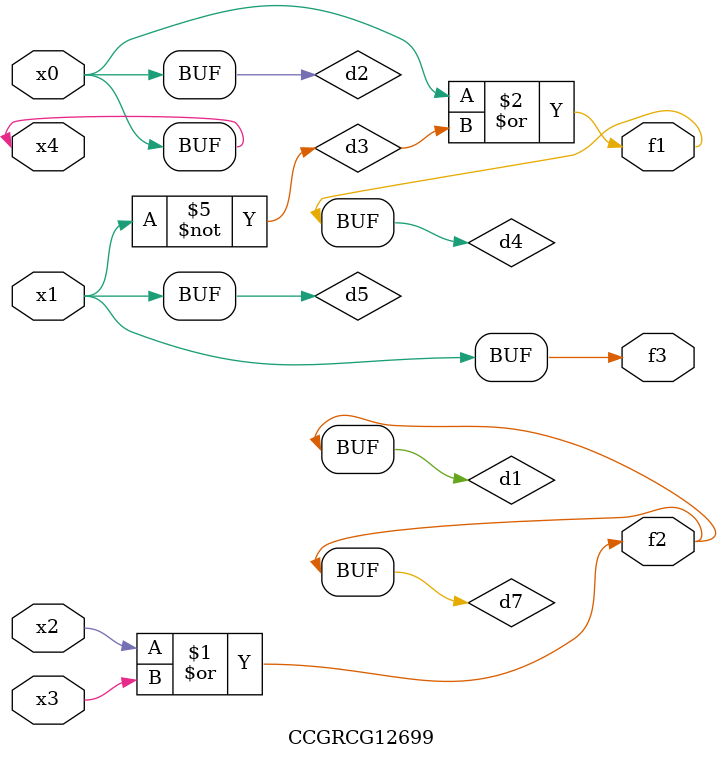
<source format=v>
module CCGRCG12699(
	input x0, x1, x2, x3, x4,
	output f1, f2, f3
);

	wire d1, d2, d3, d4, d5, d6, d7;

	or (d1, x2, x3);
	buf (d2, x0, x4);
	not (d3, x1);
	or (d4, d2, d3);
	not (d5, d3);
	nand (d6, d1, d3);
	or (d7, d1);
	assign f1 = d4;
	assign f2 = d7;
	assign f3 = d5;
endmodule

</source>
